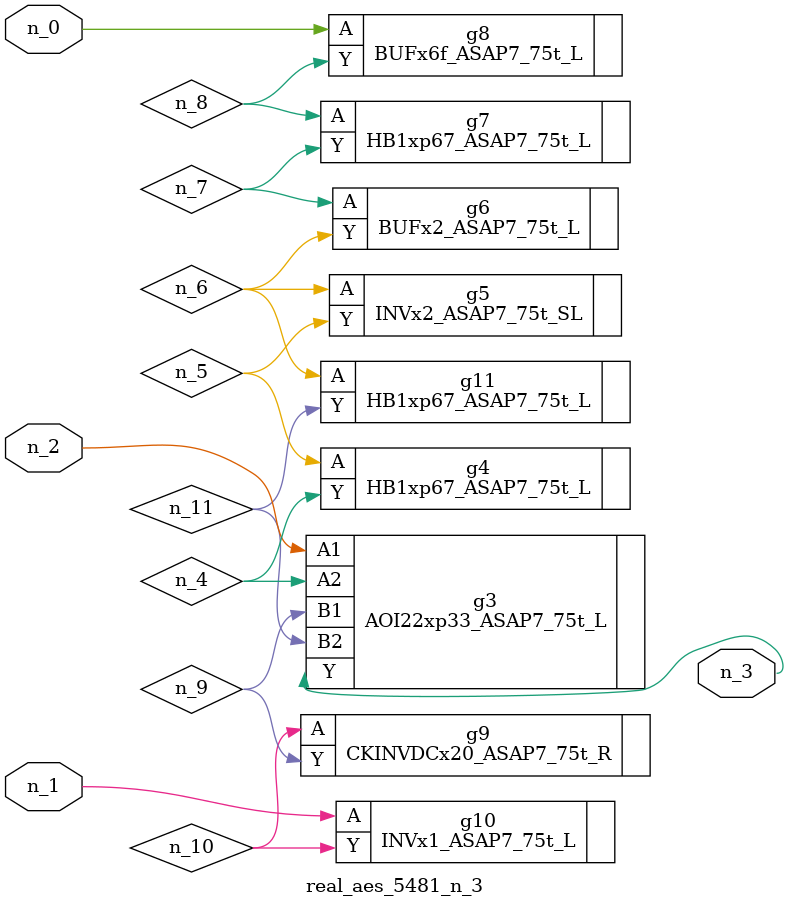
<source format=v>
module real_aes_5481_n_3 (n_0, n_2, n_1, n_3);
input n_0;
input n_2;
input n_1;
output n_3;
wire n_4;
wire n_5;
wire n_7;
wire n_9;
wire n_6;
wire n_8;
wire n_10;
wire n_11;
BUFx6f_ASAP7_75t_L g8 ( .A(n_0), .Y(n_8) );
INVx1_ASAP7_75t_L g10 ( .A(n_1), .Y(n_10) );
AOI22xp33_ASAP7_75t_L g3 ( .A1(n_2), .A2(n_4), .B1(n_9), .B2(n_11), .Y(n_3) );
HB1xp67_ASAP7_75t_L g4 ( .A(n_5), .Y(n_4) );
INVx2_ASAP7_75t_SL g5 ( .A(n_6), .Y(n_5) );
HB1xp67_ASAP7_75t_L g11 ( .A(n_6), .Y(n_11) );
BUFx2_ASAP7_75t_L g6 ( .A(n_7), .Y(n_6) );
HB1xp67_ASAP7_75t_L g7 ( .A(n_8), .Y(n_7) );
CKINVDCx20_ASAP7_75t_R g9 ( .A(n_10), .Y(n_9) );
endmodule
</source>
